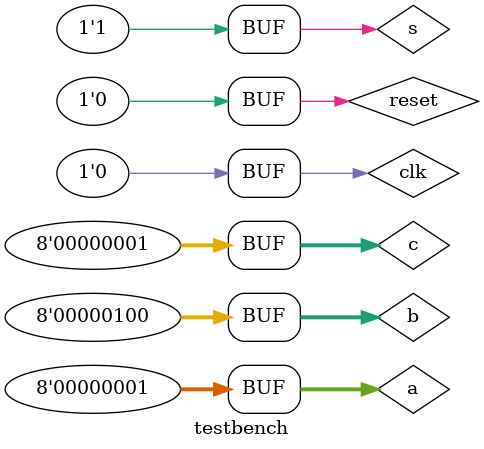
<source format=v>
`timescale 1ns/1ns
module testbench();
	reg [7:0] a, b, c;
	reg s, reset, clk;
	wire [15:0] d;

	hw2_pipe uut1(a, b, c, s, reset, clk, d);
	//hw2_pipe_gclk uut2(a, b, c, s, reset, clk, d);
	
	initial begin
		#3;
		s = 1;
		reset = 1'b0;
		a = 0; b = 0; c = 0; #20;
		a = 1; b = 2; c = 3; #20;
		a = 4; b = 5; c = 6; #20;
		a = 1; b = 2; c = 3; #20;

		reset = 1'b1;
		a = 4; b = 5; c = 6; #20;
		a = 1; b = 2; c = 3; #20;
		a = 4; b = 5; c = 6; #20;

		s = 0;
		reset = 1'b0;
		a = 10; b = 5; c = 9; #20;
		a = 20; b = 8; c = 3; #20;
		a = 23; b = 20; c = 6; #20;
		a = 68; b = 58; c = 4; #20;

		s = 1;
		reset = 1'b0;
		a = 1; b = 1; c = 1; #20;
		a = 2; b = 2; c = 0; #20;
		a = 3; b = 3; #20;
		a = 4; b = 4; #20;
		a = 5; b = 5; #20;
		a = 1; b = 1; c = 1; #20;
		a = 2; b = 3; #20;
		a = 3; b = 2; #20;
		a = 1; b = 4; #20;
	end

	initial
		begin 
			clk = 1'b0;
			#10 clk = ~clk; #10 clk = ~clk;
			#10 clk = ~clk; #10 clk = ~clk;
			#10 clk = ~clk; #10 clk = ~clk;
			#10 clk = ~clk; #10 clk = ~clk;
			#10 clk = ~clk; #10 clk = ~clk;
			#10 clk = ~clk; #10 clk = ~clk;
			#10 clk = ~clk; #10 clk = ~clk;
			#10 clk = ~clk; #10 clk = ~clk;
			#10 clk = ~clk; #10 clk = ~clk;
			#10 clk = ~clk; #10 clk = ~clk;
			#10 clk = ~clk; #10 clk = ~clk;
			#10 clk = ~clk; #10 clk = ~clk;
			#10 clk = ~clk; #10 clk = ~clk;
			#10 clk = ~clk; #10 clk = ~clk;
			#10 clk = ~clk; #10 clk = ~clk;
			#10 clk = ~clk; #10 clk = ~clk;
			#10 clk = ~clk; #10 clk = ~clk;
			#10 clk = ~clk; #10 clk = ~clk;
		end
endmodule
</source>
